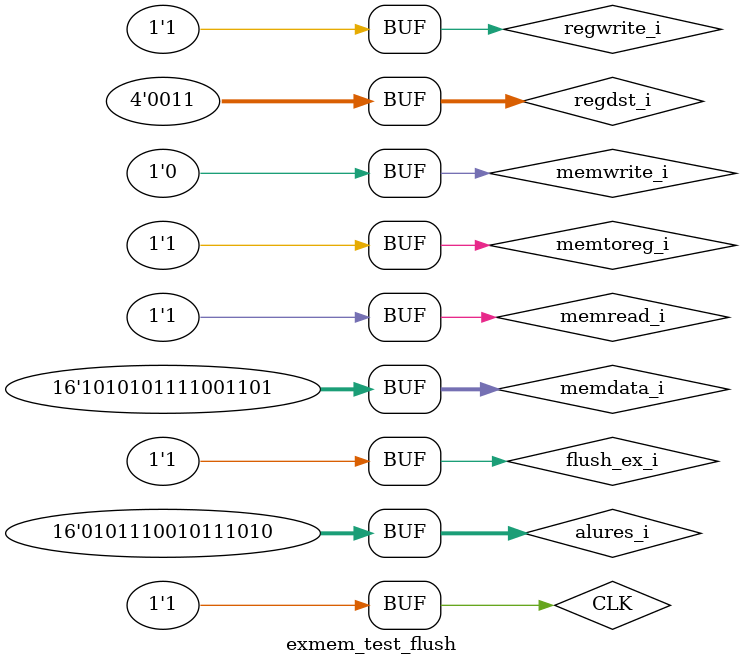
<source format=v>
`timescale 1ns / 1ps


module exmem_test_flush;

	// Inputs
	reg CLK;
	reg flush_ex_i;
	reg regwrite_i;
	reg memtoreg_i;
	reg memread_i;
	reg memwrite_i;
	reg [15:0] memdata_i;
	reg [3:0] regdst_i;
	reg [15:0] alures_i;

	// Outputs
	wire regwrite_o;
	wire memtoreg_o;
	wire memread_o;
	wire memwrite_o;
	wire [15:0] memdata_o;
	wire [3:0] regdst_o;
	wire [15:0] alures_o;

	// Instantiate the Unit Under Test (UUT)
	ex_mem uut (
		.CLK(CLK), 
		.flush_ex_i(flush_ex_i), 
		.regwrite_i(regwrite_i), 
		.memtoreg_i(memtoreg_i), 
		.memread_i(memread_i), 
		.memwrite_i(memwrite_i), 
		.memdata_i(memdata_i), 
		.regdst_i(regdst_i), 
		.alures_i(alures_i), 
		.regwrite_o(regwrite_o), 
		.memtoreg_o(memtoreg_o), 
		.memread_o(memread_o), 
		.memwrite_o(memwrite_o), 
		.memdata_o(memdata_o), 
		.regdst_o(regdst_o), 
		.alures_o(alures_o)
	);

	initial begin
		// Initialize Inputs
		CLK = 0;
		flush_ex_i = 0;
		regwrite_i = 0;
		memtoreg_i = 0;
		memread_i = 0;
		memwrite_i = 0;
		memdata_i = 0;
		regdst_i = 0;
		alures_i = 0;

		// Wait 100 ns for global reset to finish
		#100;
        
		// Add stimulus here
		#10;
		CLK = 1;
		flush_ex_i = 1;
		regwrite_i = 1;
		memtoreg_i = 1;
		memread_i = 1;
		memwrite_i = 0;
		memdata_i = 16'habcd;
		regdst_i = 4'b0011;
		alures_i = 15'hdcba;
	end
      
endmodule


</source>
